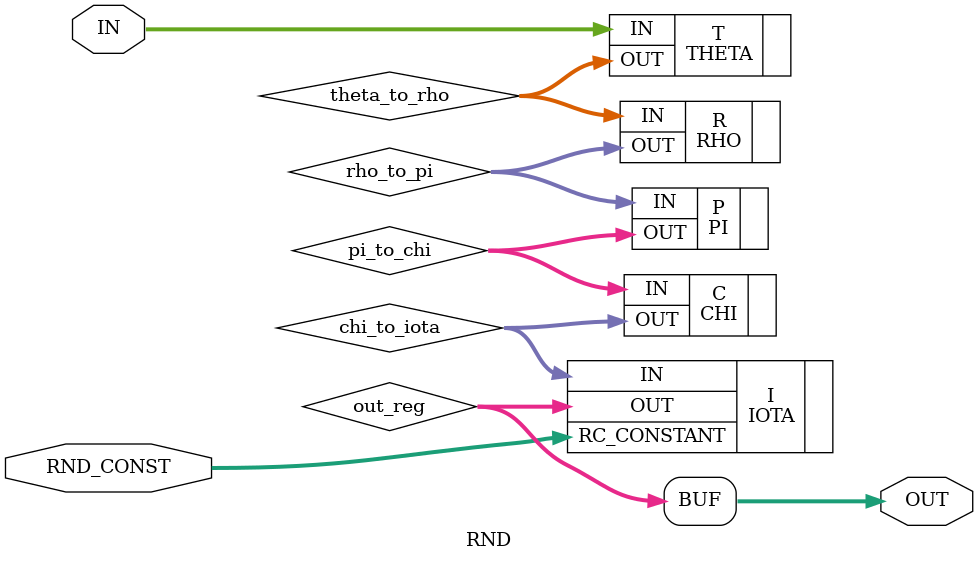
<source format=v>
`define STATE_SIZE 1600
`define CD_SIZE 320
`define Z_WIDTH 64

module RND (
	input [0:`STATE_SIZE-1] IN,
	output[0:`STATE_SIZE-1] OUT,
	input [0:`Z_WIDTH-1] RND_CONST
	);

wire [0:`STATE_SIZE-1] theta_to_rho, rho_to_pi, pi_to_chi, chi_to_iota, iota_out;	
reg [0:`STATE_SIZE-1] in_reg, out_reg;	


assign OUT = out_reg;

THETA T(
	.IN(IN),
	.OUT(theta_to_rho)
);

RHO R(
	.IN(theta_to_rho),
	.OUT(rho_to_pi)
);

PI P (
	.IN(rho_to_pi),
	.OUT(pi_to_chi)
);


CHI C(
	.IN(pi_to_chi),
	.OUT(chi_to_iota)
);

IOTA I(
	.IN(chi_to_iota),
	.OUT(out_reg),
	.RC_CONSTANT(RND_CONST)
);


endmodule
	
</source>
